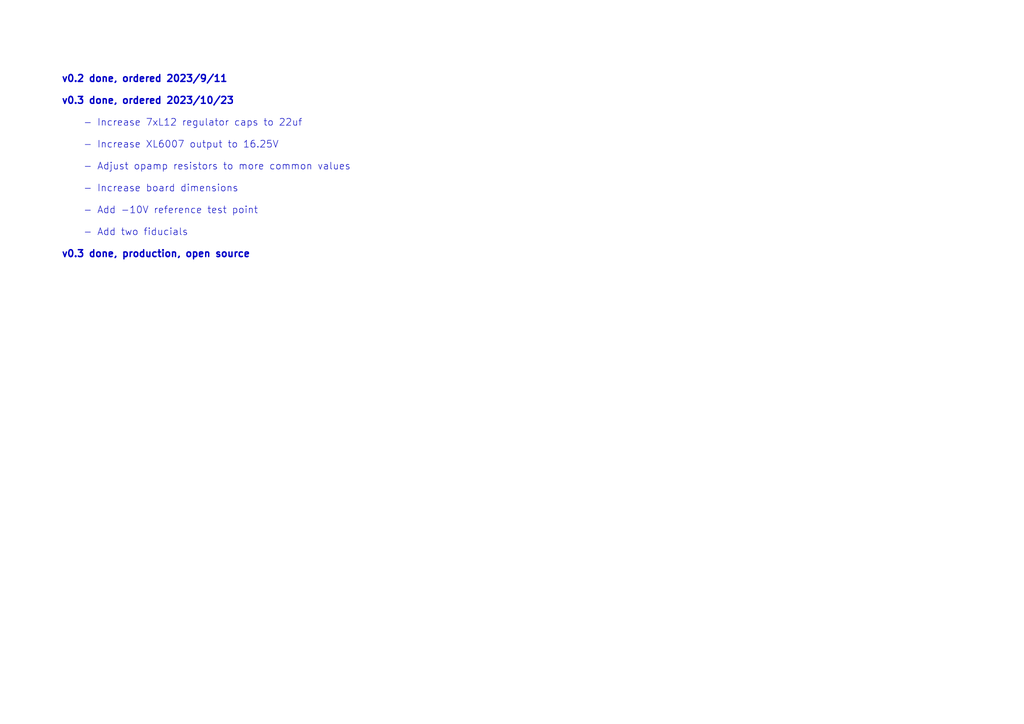
<source format=kicad_sch>
(kicad_sch
	(version 20250114)
	(generator "eeschema")
	(generator_version "9.0")
	(uuid "51871915-f4ec-4df3-8b0b-0ab9e222ebae")
	(paper "A4")
	(title_block
		(date "2024-11-08")
		(rev "v0.3")
	)
	(lib_symbols)
	(text "- Increase 7xL12 regulator caps to 22uf"
		(exclude_from_sim no)
		(at 24.13 36.83 0)
		(effects
			(font
				(size 2 2)
			)
			(justify left bottom)
		)
		(uuid "11dde210-f628-4581-bfbe-6a0d36ad2589")
	)
	(text "v0.3 done, ordered 2023/10/23"
		(exclude_from_sim no)
		(at 17.78 30.48 0)
		(effects
			(font
				(size 2 2)
				(thickness 0.4)
				(bold yes)
			)
			(justify left bottom)
		)
		(uuid "22f56d0a-bb78-4700-b2a1-806588a6b54d")
	)
	(text "- Add -10V reference test point"
		(exclude_from_sim no)
		(at 24.13 62.23 0)
		(effects
			(font
				(size 2 2)
			)
			(justify left bottom)
		)
		(uuid "4659f0f3-3197-4664-9702-217d74a5cf90")
	)
	(text "- Increase XL6007 output to 16.25V"
		(exclude_from_sim no)
		(at 24.13 43.18 0)
		(effects
			(font
				(size 2 2)
			)
			(justify left bottom)
		)
		(uuid "4959da66-1916-42c2-9c0b-dcbe4112a23e")
	)
	(text "- Increase board dimensions"
		(exclude_from_sim no)
		(at 24.13 55.88 0)
		(effects
			(font
				(size 2 2)
			)
			(justify left bottom)
		)
		(uuid "544b1110-1459-4e94-ab1b-a90e7a728f07")
	)
	(text "v0.2 done, ordered 2023/9/11"
		(exclude_from_sim no)
		(at 17.78 24.13 0)
		(effects
			(font
				(size 2 2)
				(thickness 0.4)
				(bold yes)
			)
			(justify left bottom)
		)
		(uuid "769bad9a-5ab5-40c9-b033-964be1a58b40")
	)
	(text "- Add two fiducials"
		(exclude_from_sim no)
		(at 24.13 68.58 0)
		(effects
			(font
				(size 2 2)
			)
			(justify left bottom)
		)
		(uuid "a34a4706-c67e-4920-b5ec-46b2b4dea0af")
	)
	(text "- Adjust opamp resistors to more common values"
		(exclude_from_sim no)
		(at 24.13 49.53 0)
		(effects
			(font
				(size 2 2)
			)
			(justify left bottom)
		)
		(uuid "c2987950-c0d8-4146-925c-f8f0ff7baa8b")
	)
	(text "v0.3 done, production, open source"
		(exclude_from_sim no)
		(at 17.78 74.93 0)
		(effects
			(font
				(size 2 2)
				(thickness 0.4)
				(bold yes)
			)
			(justify left bottom)
		)
		(uuid "f3243a57-e411-466b-974f-874158aaab0e")
	)
)

</source>
